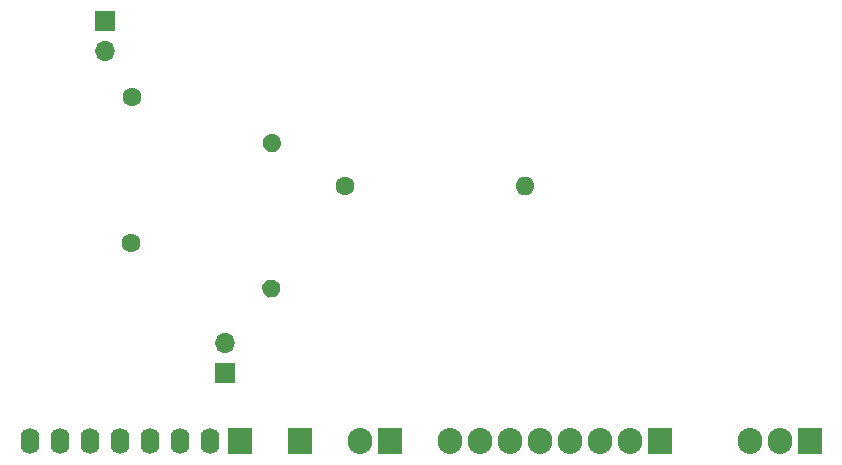
<source format=gbr>
G04 #@! TF.GenerationSoftware,KiCad,Pcbnew,(5.1.8)-1*
G04 #@! TF.CreationDate,2023-07-12T23:01:10+03:00*
G04 #@! TF.ProjectId,Reg,5265672e-6b69-4636-9164-5f7063625858,rev?*
G04 #@! TF.SameCoordinates,Original*
G04 #@! TF.FileFunction,Soldermask,Bot*
G04 #@! TF.FilePolarity,Negative*
%FSLAX46Y46*%
G04 Gerber Fmt 4.6, Leading zero omitted, Abs format (unit mm)*
G04 Created by KiCad (PCBNEW (5.1.8)-1) date 2023-07-12 23:01:10*
%MOMM*%
%LPD*%
G01*
G04 APERTURE LIST*
%ADD10O,1.600000X1.600000*%
%ADD11C,1.600000*%
%ADD12R,2.100000X2.200000*%
%ADD13O,1.600000X2.200000*%
%ADD14O,2.100000X2.200000*%
%ADD15O,1.700000X1.700000*%
%ADD16R,1.700000X1.700000*%
G04 APERTURE END LIST*
D10*
X95250000Y-31750000D03*
D11*
X80010000Y-31750000D03*
G36*
G01*
X73039861Y-40191498D02*
X73039861Y-40191498D01*
G75*
G02*
X74047920Y-39677867I760845J-247214D01*
G01*
X74047920Y-39677867D01*
G75*
G02*
X74561551Y-40685926I-247214J-760845D01*
G01*
X74561551Y-40685926D01*
G75*
G02*
X73553492Y-41199557I-760845J247214D01*
G01*
X73553492Y-41199557D01*
G75*
G02*
X73039861Y-40191498I247214J760845D01*
G01*
G37*
X61912500Y-36576000D03*
G36*
G01*
X73103361Y-27872498D02*
X73103361Y-27872498D01*
G75*
G02*
X74111420Y-27358867I760845J-247214D01*
G01*
X74111420Y-27358867D01*
G75*
G02*
X74625051Y-28366926I-247214J-760845D01*
G01*
X74625051Y-28366926D01*
G75*
G02*
X73616992Y-28880557I-760845J247214D01*
G01*
X73616992Y-28880557D01*
G75*
G02*
X73103361Y-27872498I247214J760845D01*
G01*
G37*
X61976000Y-24257000D03*
D12*
X71120000Y-53340000D03*
D13*
X68580000Y-53340000D03*
X66040000Y-53340000D03*
X63500000Y-53340000D03*
X60960000Y-53340000D03*
X58420000Y-53340000D03*
X55880000Y-53340000D03*
X53340000Y-53340000D03*
D14*
X88900000Y-53340000D03*
X91440000Y-53340000D03*
X93980000Y-53340000D03*
X96520000Y-53340000D03*
X99060000Y-53340000D03*
X101600000Y-53340000D03*
X104140000Y-53340000D03*
D12*
X106680000Y-53340000D03*
X83820000Y-53340000D03*
D14*
X81280000Y-53340000D03*
D12*
X119380000Y-53340000D03*
D14*
X116840000Y-53340000D03*
X114300000Y-53340000D03*
D15*
X59690000Y-20320000D03*
D16*
X59690000Y-17780000D03*
X69850000Y-47625000D03*
D15*
X69850000Y-45085000D03*
D12*
X76200000Y-53340000D03*
M02*

</source>
